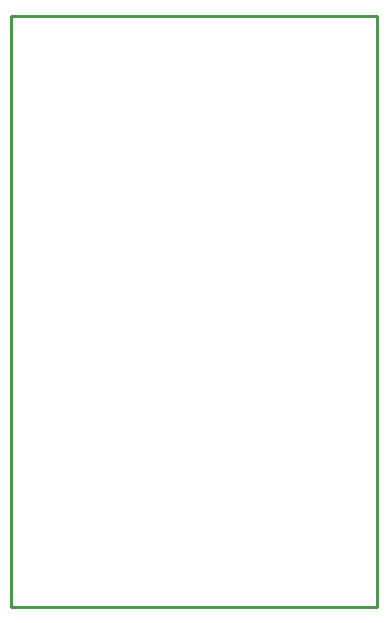
<source format=gbr>
%TF.GenerationSoftware,KiCad,Pcbnew,7.0.11-7.0.11~ubuntu22.04.1*%
%TF.CreationDate,2024-09-13T11:34:55+03:00*%
%TF.ProjectId,RVPC_Rev_B,52565043-5f52-4657-965f-422e6b696361,B*%
%TF.SameCoordinates,PX7bfa480PY7270e00*%
%TF.FileFunction,Profile,NP*%
%FSLAX46Y46*%
G04 Gerber Fmt 4.6, Leading zero omitted, Abs format (unit mm)*
G04 Created by KiCad (PCBNEW 7.0.11-7.0.11~ubuntu22.04.1) date 2024-09-13 11:34:55*
%MOMM*%
%LPD*%
G01*
G04 APERTURE LIST*
%TA.AperFunction,Profile*%
%ADD10C,0.254000*%
%TD*%
G04 APERTURE END LIST*
D10*
X0Y50000000D02*
X31000000Y50000000D01*
X31000000Y0D01*
X0Y0D01*
X0Y50000000D01*
M02*

</source>
